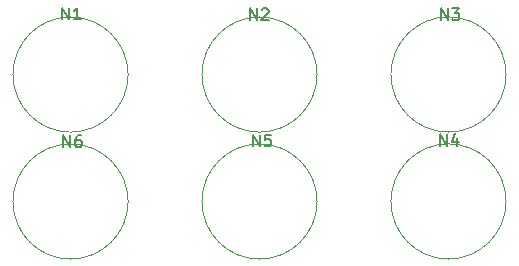
<source format=gbr>
%TF.GenerationSoftware,KiCad,Pcbnew,7.0.9*%
%TF.CreationDate,2025-07-28T09:11:42-04:00*%
%TF.ProjectId,bb8DomeNeopixels,62623844-6f6d-4654-9e65-6f706978656c,rev?*%
%TF.SameCoordinates,Original*%
%TF.FileFunction,Legend,Top*%
%TF.FilePolarity,Positive*%
%FSLAX46Y46*%
G04 Gerber Fmt 4.6, Leading zero omitted, Abs format (unit mm)*
G04 Created by KiCad (PCBNEW 7.0.9) date 2025-07-28 09:11:42*
%MOMM*%
%LPD*%
G01*
G04 APERTURE LIST*
%ADD10C,0.200000*%
%ADD11C,0.100000*%
G04 APERTURE END LIST*
D10*
X155909673Y-80207219D02*
X155909673Y-79207219D01*
X155909673Y-79207219D02*
X156481101Y-80207219D01*
X156481101Y-80207219D02*
X156481101Y-79207219D01*
X157385863Y-79540552D02*
X157385863Y-80207219D01*
X157147768Y-79159600D02*
X156909673Y-79873885D01*
X156909673Y-79873885D02*
X157528720Y-79873885D01*
X123919673Y-69497219D02*
X123919673Y-68497219D01*
X123919673Y-68497219D02*
X124491101Y-69497219D01*
X124491101Y-69497219D02*
X124491101Y-68497219D01*
X125491101Y-69497219D02*
X124919673Y-69497219D01*
X125205387Y-69497219D02*
X125205387Y-68497219D01*
X125205387Y-68497219D02*
X125110149Y-68640076D01*
X125110149Y-68640076D02*
X125014911Y-68735314D01*
X125014911Y-68735314D02*
X124919673Y-68782933D01*
X139829673Y-69567219D02*
X139829673Y-68567219D01*
X139829673Y-68567219D02*
X140401101Y-69567219D01*
X140401101Y-69567219D02*
X140401101Y-68567219D01*
X140829673Y-68662457D02*
X140877292Y-68614838D01*
X140877292Y-68614838D02*
X140972530Y-68567219D01*
X140972530Y-68567219D02*
X141210625Y-68567219D01*
X141210625Y-68567219D02*
X141305863Y-68614838D01*
X141305863Y-68614838D02*
X141353482Y-68662457D01*
X141353482Y-68662457D02*
X141401101Y-68757695D01*
X141401101Y-68757695D02*
X141401101Y-68852933D01*
X141401101Y-68852933D02*
X141353482Y-68995790D01*
X141353482Y-68995790D02*
X140782054Y-69567219D01*
X140782054Y-69567219D02*
X141401101Y-69567219D01*
X155979673Y-69567219D02*
X155979673Y-68567219D01*
X155979673Y-68567219D02*
X156551101Y-69567219D01*
X156551101Y-69567219D02*
X156551101Y-68567219D01*
X156932054Y-68567219D02*
X157551101Y-68567219D01*
X157551101Y-68567219D02*
X157217768Y-68948171D01*
X157217768Y-68948171D02*
X157360625Y-68948171D01*
X157360625Y-68948171D02*
X157455863Y-68995790D01*
X157455863Y-68995790D02*
X157503482Y-69043409D01*
X157503482Y-69043409D02*
X157551101Y-69138647D01*
X157551101Y-69138647D02*
X157551101Y-69376742D01*
X157551101Y-69376742D02*
X157503482Y-69471980D01*
X157503482Y-69471980D02*
X157455863Y-69519600D01*
X157455863Y-69519600D02*
X157360625Y-69567219D01*
X157360625Y-69567219D02*
X157074911Y-69567219D01*
X157074911Y-69567219D02*
X156979673Y-69519600D01*
X156979673Y-69519600D02*
X156932054Y-69471980D01*
X140069673Y-80247219D02*
X140069673Y-79247219D01*
X140069673Y-79247219D02*
X140641101Y-80247219D01*
X140641101Y-80247219D02*
X140641101Y-79247219D01*
X141593482Y-79247219D02*
X141117292Y-79247219D01*
X141117292Y-79247219D02*
X141069673Y-79723409D01*
X141069673Y-79723409D02*
X141117292Y-79675790D01*
X141117292Y-79675790D02*
X141212530Y-79628171D01*
X141212530Y-79628171D02*
X141450625Y-79628171D01*
X141450625Y-79628171D02*
X141545863Y-79675790D01*
X141545863Y-79675790D02*
X141593482Y-79723409D01*
X141593482Y-79723409D02*
X141641101Y-79818647D01*
X141641101Y-79818647D02*
X141641101Y-80056742D01*
X141641101Y-80056742D02*
X141593482Y-80151980D01*
X141593482Y-80151980D02*
X141545863Y-80199600D01*
X141545863Y-80199600D02*
X141450625Y-80247219D01*
X141450625Y-80247219D02*
X141212530Y-80247219D01*
X141212530Y-80247219D02*
X141117292Y-80199600D01*
X141117292Y-80199600D02*
X141069673Y-80151980D01*
X124019673Y-80317219D02*
X124019673Y-79317219D01*
X124019673Y-79317219D02*
X124591101Y-80317219D01*
X124591101Y-80317219D02*
X124591101Y-79317219D01*
X125495863Y-79317219D02*
X125305387Y-79317219D01*
X125305387Y-79317219D02*
X125210149Y-79364838D01*
X125210149Y-79364838D02*
X125162530Y-79412457D01*
X125162530Y-79412457D02*
X125067292Y-79555314D01*
X125067292Y-79555314D02*
X125019673Y-79745790D01*
X125019673Y-79745790D02*
X125019673Y-80126742D01*
X125019673Y-80126742D02*
X125067292Y-80221980D01*
X125067292Y-80221980D02*
X125114911Y-80269600D01*
X125114911Y-80269600D02*
X125210149Y-80317219D01*
X125210149Y-80317219D02*
X125400625Y-80317219D01*
X125400625Y-80317219D02*
X125495863Y-80269600D01*
X125495863Y-80269600D02*
X125543482Y-80221980D01*
X125543482Y-80221980D02*
X125591101Y-80126742D01*
X125591101Y-80126742D02*
X125591101Y-79888647D01*
X125591101Y-79888647D02*
X125543482Y-79793409D01*
X125543482Y-79793409D02*
X125495863Y-79745790D01*
X125495863Y-79745790D02*
X125400625Y-79698171D01*
X125400625Y-79698171D02*
X125210149Y-79698171D01*
X125210149Y-79698171D02*
X125114911Y-79745790D01*
X125114911Y-79745790D02*
X125067292Y-79793409D01*
X125067292Y-79793409D02*
X125019673Y-79888647D01*
D11*
%TO.C,U7*%
X145505000Y-74167500D02*
G75*
G03*
X145505000Y-74167500I-4875000J0D01*
G01*
%TO.C,U5*%
X129505000Y-84917500D02*
G75*
G03*
X129505000Y-84917500I-4875000J0D01*
G01*
%TO.C,U10*%
X161505000Y-74162500D02*
G75*
G03*
X161505000Y-74162500I-4875000J0D01*
G01*
%TO.C,U11*%
X161505000Y-84912500D02*
G75*
G03*
X161505000Y-84912500I-4875000J0D01*
G01*
%TO.C,U8*%
X145505000Y-84917500D02*
G75*
G03*
X145505000Y-84917500I-4875000J0D01*
G01*
%TO.C,U4*%
X129505000Y-74167500D02*
G75*
G03*
X129505000Y-74167500I-4875000J0D01*
G01*
%TD*%
M02*

</source>
